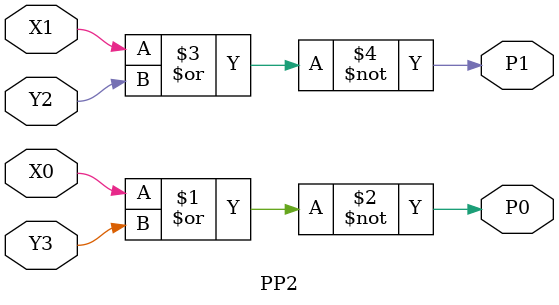
<source format=v>
module PP2(X0, X1, Y2, Y3, P0, P1);
input   X0;
input   X1;
input   Y2;
input   Y3;
output  P0;
output  P1;
nor g0(P0, X0, Y3);
nor g1(P1, X1, Y2);
endmodule
</source>
